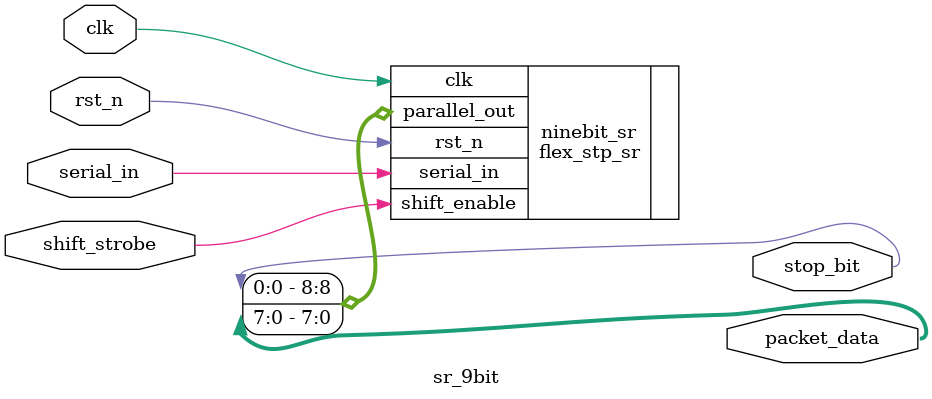
<source format=v>
module sr_9bit
(
  input wire clk,
  input wire rst_n,
  input wire shift_strobe,
  input wire serial_in,
  output wire [7:0] packet_data,
  output wire stop_bit
);



flex_stp_sr #(9, 0) ninebit_sr(.clk(clk), .rst_n(rst_n), 
                    .serial_in(serial_in), 
                    .shift_enable(shift_strobe), 
                    .parallel_out({stop_bit, packet_data[7:0]}));

endmodule
</source>
